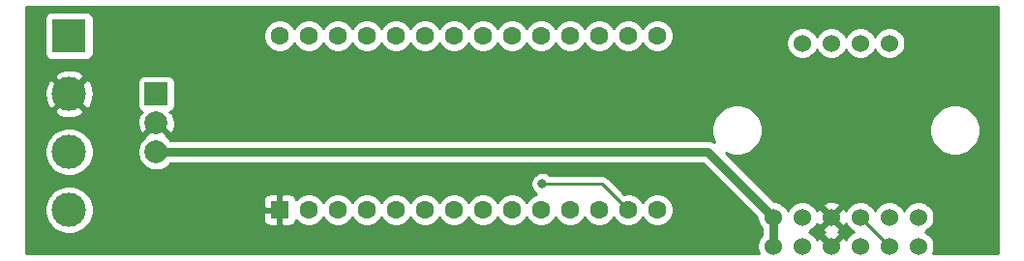
<source format=gbr>
%TF.GenerationSoftware,KiCad,Pcbnew,(5.1.6)-1*%
%TF.CreationDate,2022-04-26T10:23:00-04:00*%
%TF.ProjectId,rs485_5vreg_tray_short_v2,72733438-355f-4357-9672-65675f747261,v2*%
%TF.SameCoordinates,Original*%
%TF.FileFunction,Copper,L2,Bot*%
%TF.FilePolarity,Positive*%
%FSLAX46Y46*%
G04 Gerber Fmt 4.6, Leading zero omitted, Abs format (unit mm)*
G04 Created by KiCad (PCBNEW (5.1.6)-1) date 2022-04-26 10:23:00*
%MOMM*%
%LPD*%
G01*
G04 APERTURE LIST*
%TA.AperFunction,ComponentPad*%
%ADD10C,1.524000*%
%TD*%
%TA.AperFunction,ComponentPad*%
%ADD11C,3.000000*%
%TD*%
%TA.AperFunction,ComponentPad*%
%ADD12R,3.000000X3.000000*%
%TD*%
%TA.AperFunction,ComponentPad*%
%ADD13R,2.000000X2.000000*%
%TD*%
%TA.AperFunction,ComponentPad*%
%ADD14C,2.000000*%
%TD*%
%TA.AperFunction,ComponentPad*%
%ADD15C,1.600000*%
%TD*%
%TA.AperFunction,ComponentPad*%
%ADD16R,1.600000X1.600000*%
%TD*%
%TA.AperFunction,ViaPad*%
%ADD17C,0.800000*%
%TD*%
%TA.AperFunction,Conductor*%
%ADD18C,0.800000*%
%TD*%
%TA.AperFunction,Conductor*%
%ADD19C,0.250000*%
%TD*%
%TA.AperFunction,Conductor*%
%ADD20C,0.254000*%
%TD*%
G04 APERTURE END LIST*
D10*
%TO.P,BNO055 IMU,1*%
%TO.N,+5V*%
X116840000Y-123190000D03*
%TO.P,BNO055 IMU,2*%
%TO.N,Net-(U4-Pad2)*%
X119380000Y-123190000D03*
%TO.P,BNO055 IMU,3*%
%TO.N,GND*%
X121920000Y-123190000D03*
%TO.P,BNO055 IMU,4*%
%TO.N,/SDA0*%
X124460000Y-123190000D03*
%TO.P,BNO055 IMU,5*%
%TO.N,/SCL0*%
X127000000Y-123190000D03*
%TO.P,BNO055 IMU,6*%
%TO.N,Net-(U4-Pad6)*%
X129540000Y-123190000D03*
%TO.P,BNO055 IMU,7*%
%TO.N,Net-(U4-Pad7)*%
X119380000Y-105410000D03*
%TO.P,BNO055 IMU,8*%
%TO.N,Net-(U4-Pad8)*%
X121920000Y-105410000D03*
%TO.P,BNO055 IMU,9*%
%TO.N,Net-(U4-Pad9)*%
X124460000Y-105410000D03*
%TO.P,BNO055 IMU,10*%
%TO.N,Net-(U4-Pad10)*%
X127000000Y-105410000D03*
%TO.P,BNO055 IMU,1*%
%TO.N,+5V*%
X116840000Y-120650000D03*
%TO.P,BNO055 IMU,2*%
%TO.N,Net-(U4-Pad2)*%
X119380000Y-120650000D03*
%TO.P,BNO055 IMU,3*%
%TO.N,GND*%
X121920000Y-120650000D03*
%TO.P,BNO055 IMU,5*%
%TO.N,/SCL0*%
X124460000Y-120650000D03*
%TO.P,BNO055 IMU,4*%
%TO.N,/SDA0*%
X127000000Y-120650000D03*
%TO.P,BNO055 IMU,6*%
%TO.N,Net-(U4-Pad6)*%
X129540000Y-120650000D03*
%TD*%
D11*
%TO.P,J1,4*%
%TO.N,/B*%
X55245000Y-120015000D03*
D12*
%TO.P,J1,1*%
%TO.N,/12V*%
X55245000Y-104775000D03*
D11*
%TO.P,J1,3*%
%TO.N,/A*%
X55245000Y-114935000D03*
%TO.P,J1,2*%
%TO.N,GND*%
X55245000Y-109855000D03*
%TD*%
D13*
%TO.P,DC/DC,1*%
%TO.N,Net-(C2-Pad1)*%
X62865000Y-109855000D03*
D14*
%TO.P,DC/DC,2*%
%TO.N,GND*%
X62865000Y-112395000D03*
%TO.P,DC/DC,3*%
%TO.N,+5V*%
X62865000Y-114935000D03*
%TD*%
D15*
%TO.P,TEENSYLC,20*%
%TO.N,Net-(U1-Pad20)*%
X106680000Y-104775000D03*
%TO.P,TEENSYLC,14*%
%TO.N,Net-(U1-Pad14)*%
X106680000Y-120015000D03*
%TO.P,TEENSYLC,21*%
%TO.N,Net-(U1-Pad21)*%
X104140000Y-104775000D03*
%TO.P,TEENSYLC,22*%
%TO.N,Net-(U1-Pad22)*%
X101600000Y-104775000D03*
%TO.P,TEENSYLC,23*%
%TO.N,Net-(U1-Pad23)*%
X99060000Y-104775000D03*
%TO.P,TEENSYLC,24*%
%TO.N,Net-(U1-Pad24)*%
X96520000Y-104775000D03*
%TO.P,TEENSYLC,25*%
%TO.N,/SDA0*%
X93980000Y-104775000D03*
%TO.P,TEENSYLC,26*%
%TO.N,/SCL0*%
X91440000Y-104775000D03*
%TO.P,TEENSYLC,27*%
%TO.N,Net-(U1-Pad27)*%
X88900000Y-104775000D03*
%TO.P,TEENSYLC,28*%
%TO.N,Net-(U1-Pad28)*%
X86360000Y-104775000D03*
%TO.P,TEENSYLC,29*%
%TO.N,Net-(U1-Pad29)*%
X83820000Y-104775000D03*
%TO.P,TEENSYLC,30*%
%TO.N,Net-(U1-Pad30)*%
X81280000Y-104775000D03*
%TO.P,TEENSYLC,31*%
%TO.N,+3V3*%
X78740000Y-104775000D03*
%TO.P,TEENSYLC,32*%
%TO.N,Net-(U1-Pad32)*%
X76200000Y-104775000D03*
%TO.P,TEENSYLC,33*%
%TO.N,+5V*%
X73660000Y-104775000D03*
%TO.P,TEENSYLC,13*%
%TO.N,/RTS*%
X104140000Y-120015000D03*
%TO.P,TEENSYLC,12*%
%TO.N,/TX*%
X101600000Y-120015000D03*
%TO.P,TEENSYLC,11*%
%TO.N,/RX*%
X99060000Y-120015000D03*
%TO.P,TEENSYLC,10*%
%TO.N,Net-(U1-Pad10)*%
X96520000Y-120015000D03*
%TO.P,TEENSYLC,9*%
%TO.N,Net-(U1-Pad9)*%
X93980000Y-120015000D03*
%TO.P,TEENSYLC,8*%
%TO.N,Net-(U1-Pad8)*%
X91440000Y-120015000D03*
%TO.P,TEENSYLC,7*%
%TO.N,Net-(U1-Pad7)*%
X88900000Y-120015000D03*
%TO.P,TEENSYLC,6*%
%TO.N,Net-(U1-Pad6)*%
X86360000Y-120015000D03*
%TO.P,TEENSYLC,5*%
%TO.N,Net-(U1-Pad5)*%
X83820000Y-120015000D03*
%TO.P,TEENSYLC,4*%
%TO.N,Net-(U1-Pad4)*%
X81280000Y-120015000D03*
%TO.P,TEENSYLC,3*%
%TO.N,Net-(U1-Pad3)*%
X78740000Y-120015000D03*
%TO.P,TEENSYLC,2*%
%TO.N,Net-(U1-Pad2)*%
X76200000Y-120015000D03*
D16*
%TO.P,TEENSYLC,1*%
%TO.N,GND*%
X73660000Y-120015000D03*
%TD*%
D17*
%TO.N,GND*%
X89916000Y-113030000D03*
X94615000Y-109728000D03*
X58039000Y-120269000D03*
X75107999Y-108254999D03*
%TO.N,/RTS*%
X96647000Y-117729000D03*
%TD*%
D18*
%TO.N,+5V*%
X62865000Y-114935000D02*
X101623998Y-114935000D01*
X116840000Y-123190000D02*
X116840000Y-120650000D01*
X101623998Y-114935000D02*
X111125000Y-114935000D01*
X111125000Y-114935000D02*
X116840000Y-120650000D01*
D19*
%TO.N,/RTS*%
X96647000Y-117729000D02*
X101727000Y-117729000D01*
X101727000Y-117729000D02*
X101854000Y-117729000D01*
X101854000Y-117729000D02*
X104140000Y-120015000D01*
%TO.N,/SCL0*%
X124460000Y-120650000D02*
X127000000Y-123190000D01*
%TD*%
D20*
%TO.N,GND*%
G36*
X136500001Y-123800000D02*
G01*
X130799431Y-123800000D01*
X130883314Y-123597490D01*
X130937000Y-123327592D01*
X130937000Y-123052408D01*
X130883314Y-122782510D01*
X130778005Y-122528273D01*
X130625120Y-122299465D01*
X130430535Y-122104880D01*
X130201727Y-121951995D01*
X130124485Y-121920000D01*
X130201727Y-121888005D01*
X130430535Y-121735120D01*
X130625120Y-121540535D01*
X130778005Y-121311727D01*
X130883314Y-121057490D01*
X130937000Y-120787592D01*
X130937000Y-120512408D01*
X130883314Y-120242510D01*
X130778005Y-119988273D01*
X130625120Y-119759465D01*
X130430535Y-119564880D01*
X130201727Y-119411995D01*
X129947490Y-119306686D01*
X129677592Y-119253000D01*
X129402408Y-119253000D01*
X129132510Y-119306686D01*
X128878273Y-119411995D01*
X128649465Y-119564880D01*
X128454880Y-119759465D01*
X128301995Y-119988273D01*
X128270000Y-120065515D01*
X128238005Y-119988273D01*
X128085120Y-119759465D01*
X127890535Y-119564880D01*
X127661727Y-119411995D01*
X127407490Y-119306686D01*
X127137592Y-119253000D01*
X126862408Y-119253000D01*
X126592510Y-119306686D01*
X126338273Y-119411995D01*
X126109465Y-119564880D01*
X125914880Y-119759465D01*
X125761995Y-119988273D01*
X125730000Y-120065515D01*
X125698005Y-119988273D01*
X125545120Y-119759465D01*
X125350535Y-119564880D01*
X125121727Y-119411995D01*
X124867490Y-119306686D01*
X124597592Y-119253000D01*
X124322408Y-119253000D01*
X124052510Y-119306686D01*
X123798273Y-119411995D01*
X123569465Y-119564880D01*
X123374880Y-119759465D01*
X123221995Y-119988273D01*
X123192308Y-120059943D01*
X123187636Y-120046977D01*
X123125656Y-119931020D01*
X122885565Y-119864040D01*
X122099605Y-120650000D01*
X122885565Y-121435960D01*
X123125656Y-121368980D01*
X123189485Y-121233240D01*
X123221995Y-121311727D01*
X123374880Y-121540535D01*
X123569465Y-121735120D01*
X123798273Y-121888005D01*
X123875515Y-121920000D01*
X123798273Y-121951995D01*
X123569465Y-122104880D01*
X123374880Y-122299465D01*
X123221995Y-122528273D01*
X123192308Y-122599943D01*
X123187636Y-122586977D01*
X123125656Y-122471020D01*
X122885565Y-122404040D01*
X122099605Y-123190000D01*
X122113748Y-123204143D01*
X121934143Y-123383748D01*
X121920000Y-123369605D01*
X121905858Y-123383748D01*
X121726253Y-123204143D01*
X121740395Y-123190000D01*
X120954435Y-122404040D01*
X120714344Y-122471020D01*
X120650515Y-122606760D01*
X120618005Y-122528273D01*
X120465120Y-122299465D01*
X120270535Y-122104880D01*
X120041727Y-121951995D01*
X119964485Y-121920000D01*
X120041727Y-121888005D01*
X120270535Y-121735120D01*
X120390090Y-121615565D01*
X121134040Y-121615565D01*
X121201020Y-121855656D01*
X121331644Y-121917079D01*
X121316977Y-121922364D01*
X121201020Y-121984344D01*
X121134040Y-122224435D01*
X121920000Y-123010395D01*
X122705960Y-122224435D01*
X122638980Y-121984344D01*
X122508356Y-121922921D01*
X122523023Y-121917636D01*
X122638980Y-121855656D01*
X122705960Y-121615565D01*
X121920000Y-120829605D01*
X121134040Y-121615565D01*
X120390090Y-121615565D01*
X120465120Y-121540535D01*
X120618005Y-121311727D01*
X120647692Y-121240057D01*
X120652364Y-121253023D01*
X120714344Y-121368980D01*
X120954435Y-121435960D01*
X121740395Y-120650000D01*
X120954435Y-119864040D01*
X120714344Y-119931020D01*
X120650515Y-120066760D01*
X120618005Y-119988273D01*
X120465120Y-119759465D01*
X120390090Y-119684435D01*
X121134040Y-119684435D01*
X121920000Y-120470395D01*
X122705960Y-119684435D01*
X122638980Y-119444344D01*
X122389952Y-119327244D01*
X122122865Y-119260977D01*
X121847983Y-119248090D01*
X121575867Y-119289078D01*
X121316977Y-119382364D01*
X121201020Y-119444344D01*
X121134040Y-119684435D01*
X120390090Y-119684435D01*
X120270535Y-119564880D01*
X120041727Y-119411995D01*
X119787490Y-119306686D01*
X119517592Y-119253000D01*
X119242408Y-119253000D01*
X118972510Y-119306686D01*
X118718273Y-119411995D01*
X118489465Y-119564880D01*
X118294880Y-119759465D01*
X118141995Y-119988273D01*
X118110000Y-120065515D01*
X118078005Y-119988273D01*
X117925120Y-119759465D01*
X117730535Y-119564880D01*
X117501727Y-119411995D01*
X117247490Y-119306686D01*
X116977592Y-119253000D01*
X116906711Y-119253000D01*
X112705361Y-115051650D01*
X113013075Y-115179110D01*
X113444872Y-115265000D01*
X113885128Y-115265000D01*
X114316925Y-115179110D01*
X114723669Y-115010631D01*
X115089729Y-114766038D01*
X115401038Y-114454729D01*
X115645631Y-114088669D01*
X115814110Y-113681925D01*
X115900000Y-113250128D01*
X115900000Y-112809872D01*
X130480000Y-112809872D01*
X130480000Y-113250128D01*
X130565890Y-113681925D01*
X130734369Y-114088669D01*
X130978962Y-114454729D01*
X131290271Y-114766038D01*
X131656331Y-115010631D01*
X132063075Y-115179110D01*
X132494872Y-115265000D01*
X132935128Y-115265000D01*
X133366925Y-115179110D01*
X133773669Y-115010631D01*
X134139729Y-114766038D01*
X134451038Y-114454729D01*
X134695631Y-114088669D01*
X134864110Y-113681925D01*
X134950000Y-113250128D01*
X134950000Y-112809872D01*
X134864110Y-112378075D01*
X134695631Y-111971331D01*
X134451038Y-111605271D01*
X134139729Y-111293962D01*
X133773669Y-111049369D01*
X133366925Y-110880890D01*
X132935128Y-110795000D01*
X132494872Y-110795000D01*
X132063075Y-110880890D01*
X131656331Y-111049369D01*
X131290271Y-111293962D01*
X130978962Y-111605271D01*
X130734369Y-111971331D01*
X130565890Y-112378075D01*
X130480000Y-112809872D01*
X115900000Y-112809872D01*
X115814110Y-112378075D01*
X115645631Y-111971331D01*
X115401038Y-111605271D01*
X115089729Y-111293962D01*
X114723669Y-111049369D01*
X114316925Y-110880890D01*
X113885128Y-110795000D01*
X113444872Y-110795000D01*
X113013075Y-110880890D01*
X112606331Y-111049369D01*
X112240271Y-111293962D01*
X111928962Y-111605271D01*
X111684369Y-111971331D01*
X111515890Y-112378075D01*
X111430000Y-112809872D01*
X111430000Y-113250128D01*
X111515890Y-113681925D01*
X111669338Y-114052382D01*
X111522993Y-113974159D01*
X111327895Y-113914976D01*
X111175838Y-113900000D01*
X111175828Y-113900000D01*
X111125000Y-113894994D01*
X111074172Y-113900000D01*
X64139833Y-113900000D01*
X64134987Y-113892748D01*
X63907252Y-113665013D01*
X63798400Y-113592280D01*
X63820808Y-113530413D01*
X62865000Y-112574605D01*
X61909192Y-113530413D01*
X61931600Y-113592280D01*
X61822748Y-113665013D01*
X61595013Y-113892748D01*
X61416082Y-114160537D01*
X61292832Y-114458088D01*
X61230000Y-114773967D01*
X61230000Y-115096033D01*
X61292832Y-115411912D01*
X61416082Y-115709463D01*
X61595013Y-115977252D01*
X61822748Y-116204987D01*
X62090537Y-116383918D01*
X62388088Y-116507168D01*
X62703967Y-116570000D01*
X63026033Y-116570000D01*
X63341912Y-116507168D01*
X63639463Y-116383918D01*
X63907252Y-116204987D01*
X64134987Y-115977252D01*
X64139833Y-115970000D01*
X110696290Y-115970000D01*
X115443000Y-120716711D01*
X115443000Y-120787592D01*
X115496686Y-121057490D01*
X115601995Y-121311727D01*
X115754880Y-121540535D01*
X115805001Y-121590656D01*
X115805000Y-122249345D01*
X115754880Y-122299465D01*
X115601995Y-122528273D01*
X115496686Y-122782510D01*
X115443000Y-123052408D01*
X115443000Y-123327592D01*
X115496686Y-123597490D01*
X115580569Y-123800000D01*
X51460000Y-123800000D01*
X51460000Y-119804721D01*
X53110000Y-119804721D01*
X53110000Y-120225279D01*
X53192047Y-120637756D01*
X53352988Y-121026302D01*
X53586637Y-121375983D01*
X53884017Y-121673363D01*
X54233698Y-121907012D01*
X54622244Y-122067953D01*
X55034721Y-122150000D01*
X55455279Y-122150000D01*
X55867756Y-122067953D01*
X56256302Y-121907012D01*
X56605983Y-121673363D01*
X56903363Y-121375983D01*
X57137012Y-121026302D01*
X57224536Y-120815000D01*
X72221928Y-120815000D01*
X72234188Y-120939482D01*
X72270498Y-121059180D01*
X72329463Y-121169494D01*
X72408815Y-121266185D01*
X72505506Y-121345537D01*
X72615820Y-121404502D01*
X72735518Y-121440812D01*
X72860000Y-121453072D01*
X73374250Y-121450000D01*
X73533000Y-121291250D01*
X73533000Y-120142000D01*
X72383750Y-120142000D01*
X72225000Y-120300750D01*
X72221928Y-120815000D01*
X57224536Y-120815000D01*
X57297953Y-120637756D01*
X57380000Y-120225279D01*
X57380000Y-119804721D01*
X57297953Y-119392244D01*
X57224537Y-119215000D01*
X72221928Y-119215000D01*
X72225000Y-119729250D01*
X72383750Y-119888000D01*
X73533000Y-119888000D01*
X73533000Y-118738750D01*
X73787000Y-118738750D01*
X73787000Y-119888000D01*
X73807000Y-119888000D01*
X73807000Y-120142000D01*
X73787000Y-120142000D01*
X73787000Y-121291250D01*
X73945750Y-121450000D01*
X74460000Y-121453072D01*
X74584482Y-121440812D01*
X74704180Y-121404502D01*
X74814494Y-121345537D01*
X74911185Y-121266185D01*
X74990537Y-121169494D01*
X75049502Y-121059180D01*
X75085812Y-120939482D01*
X75086643Y-120931039D01*
X75285241Y-121129637D01*
X75520273Y-121286680D01*
X75781426Y-121394853D01*
X76058665Y-121450000D01*
X76341335Y-121450000D01*
X76618574Y-121394853D01*
X76879727Y-121286680D01*
X77114759Y-121129637D01*
X77314637Y-120929759D01*
X77470000Y-120697241D01*
X77625363Y-120929759D01*
X77825241Y-121129637D01*
X78060273Y-121286680D01*
X78321426Y-121394853D01*
X78598665Y-121450000D01*
X78881335Y-121450000D01*
X79158574Y-121394853D01*
X79419727Y-121286680D01*
X79654759Y-121129637D01*
X79854637Y-120929759D01*
X80010000Y-120697241D01*
X80165363Y-120929759D01*
X80365241Y-121129637D01*
X80600273Y-121286680D01*
X80861426Y-121394853D01*
X81138665Y-121450000D01*
X81421335Y-121450000D01*
X81698574Y-121394853D01*
X81959727Y-121286680D01*
X82194759Y-121129637D01*
X82394637Y-120929759D01*
X82550000Y-120697241D01*
X82705363Y-120929759D01*
X82905241Y-121129637D01*
X83140273Y-121286680D01*
X83401426Y-121394853D01*
X83678665Y-121450000D01*
X83961335Y-121450000D01*
X84238574Y-121394853D01*
X84499727Y-121286680D01*
X84734759Y-121129637D01*
X84934637Y-120929759D01*
X85090000Y-120697241D01*
X85245363Y-120929759D01*
X85445241Y-121129637D01*
X85680273Y-121286680D01*
X85941426Y-121394853D01*
X86218665Y-121450000D01*
X86501335Y-121450000D01*
X86778574Y-121394853D01*
X87039727Y-121286680D01*
X87274759Y-121129637D01*
X87474637Y-120929759D01*
X87630000Y-120697241D01*
X87785363Y-120929759D01*
X87985241Y-121129637D01*
X88220273Y-121286680D01*
X88481426Y-121394853D01*
X88758665Y-121450000D01*
X89041335Y-121450000D01*
X89318574Y-121394853D01*
X89579727Y-121286680D01*
X89814759Y-121129637D01*
X90014637Y-120929759D01*
X90170000Y-120697241D01*
X90325363Y-120929759D01*
X90525241Y-121129637D01*
X90760273Y-121286680D01*
X91021426Y-121394853D01*
X91298665Y-121450000D01*
X91581335Y-121450000D01*
X91858574Y-121394853D01*
X92119727Y-121286680D01*
X92354759Y-121129637D01*
X92554637Y-120929759D01*
X92710000Y-120697241D01*
X92865363Y-120929759D01*
X93065241Y-121129637D01*
X93300273Y-121286680D01*
X93561426Y-121394853D01*
X93838665Y-121450000D01*
X94121335Y-121450000D01*
X94398574Y-121394853D01*
X94659727Y-121286680D01*
X94894759Y-121129637D01*
X95094637Y-120929759D01*
X95250000Y-120697241D01*
X95405363Y-120929759D01*
X95605241Y-121129637D01*
X95840273Y-121286680D01*
X96101426Y-121394853D01*
X96378665Y-121450000D01*
X96661335Y-121450000D01*
X96938574Y-121394853D01*
X97199727Y-121286680D01*
X97434759Y-121129637D01*
X97634637Y-120929759D01*
X97790000Y-120697241D01*
X97945363Y-120929759D01*
X98145241Y-121129637D01*
X98380273Y-121286680D01*
X98641426Y-121394853D01*
X98918665Y-121450000D01*
X99201335Y-121450000D01*
X99478574Y-121394853D01*
X99739727Y-121286680D01*
X99974759Y-121129637D01*
X100174637Y-120929759D01*
X100330000Y-120697241D01*
X100485363Y-120929759D01*
X100685241Y-121129637D01*
X100920273Y-121286680D01*
X101181426Y-121394853D01*
X101458665Y-121450000D01*
X101741335Y-121450000D01*
X102018574Y-121394853D01*
X102279727Y-121286680D01*
X102514759Y-121129637D01*
X102714637Y-120929759D01*
X102870000Y-120697241D01*
X103025363Y-120929759D01*
X103225241Y-121129637D01*
X103460273Y-121286680D01*
X103721426Y-121394853D01*
X103998665Y-121450000D01*
X104281335Y-121450000D01*
X104558574Y-121394853D01*
X104819727Y-121286680D01*
X105054759Y-121129637D01*
X105254637Y-120929759D01*
X105410000Y-120697241D01*
X105565363Y-120929759D01*
X105765241Y-121129637D01*
X106000273Y-121286680D01*
X106261426Y-121394853D01*
X106538665Y-121450000D01*
X106821335Y-121450000D01*
X107098574Y-121394853D01*
X107359727Y-121286680D01*
X107594759Y-121129637D01*
X107794637Y-120929759D01*
X107951680Y-120694727D01*
X108059853Y-120433574D01*
X108115000Y-120156335D01*
X108115000Y-119873665D01*
X108059853Y-119596426D01*
X107951680Y-119335273D01*
X107794637Y-119100241D01*
X107594759Y-118900363D01*
X107359727Y-118743320D01*
X107098574Y-118635147D01*
X106821335Y-118580000D01*
X106538665Y-118580000D01*
X106261426Y-118635147D01*
X106000273Y-118743320D01*
X105765241Y-118900363D01*
X105565363Y-119100241D01*
X105410000Y-119332759D01*
X105254637Y-119100241D01*
X105054759Y-118900363D01*
X104819727Y-118743320D01*
X104558574Y-118635147D01*
X104281335Y-118580000D01*
X103998665Y-118580000D01*
X103816114Y-118616312D01*
X102417804Y-117218003D01*
X102394001Y-117188999D01*
X102278276Y-117094026D01*
X102146247Y-117023454D01*
X102002986Y-116979997D01*
X101891333Y-116969000D01*
X101891322Y-116969000D01*
X101854000Y-116965324D01*
X101816678Y-116969000D01*
X97350711Y-116969000D01*
X97306774Y-116925063D01*
X97137256Y-116811795D01*
X96948898Y-116733774D01*
X96748939Y-116694000D01*
X96545061Y-116694000D01*
X96345102Y-116733774D01*
X96156744Y-116811795D01*
X95987226Y-116925063D01*
X95843063Y-117069226D01*
X95729795Y-117238744D01*
X95651774Y-117427102D01*
X95612000Y-117627061D01*
X95612000Y-117830939D01*
X95651774Y-118030898D01*
X95729795Y-118219256D01*
X95843063Y-118388774D01*
X95987226Y-118532937D01*
X96131301Y-118629204D01*
X96101426Y-118635147D01*
X95840273Y-118743320D01*
X95605241Y-118900363D01*
X95405363Y-119100241D01*
X95250000Y-119332759D01*
X95094637Y-119100241D01*
X94894759Y-118900363D01*
X94659727Y-118743320D01*
X94398574Y-118635147D01*
X94121335Y-118580000D01*
X93838665Y-118580000D01*
X93561426Y-118635147D01*
X93300273Y-118743320D01*
X93065241Y-118900363D01*
X92865363Y-119100241D01*
X92710000Y-119332759D01*
X92554637Y-119100241D01*
X92354759Y-118900363D01*
X92119727Y-118743320D01*
X91858574Y-118635147D01*
X91581335Y-118580000D01*
X91298665Y-118580000D01*
X91021426Y-118635147D01*
X90760273Y-118743320D01*
X90525241Y-118900363D01*
X90325363Y-119100241D01*
X90170000Y-119332759D01*
X90014637Y-119100241D01*
X89814759Y-118900363D01*
X89579727Y-118743320D01*
X89318574Y-118635147D01*
X89041335Y-118580000D01*
X88758665Y-118580000D01*
X88481426Y-118635147D01*
X88220273Y-118743320D01*
X87985241Y-118900363D01*
X87785363Y-119100241D01*
X87630000Y-119332759D01*
X87474637Y-119100241D01*
X87274759Y-118900363D01*
X87039727Y-118743320D01*
X86778574Y-118635147D01*
X86501335Y-118580000D01*
X86218665Y-118580000D01*
X85941426Y-118635147D01*
X85680273Y-118743320D01*
X85445241Y-118900363D01*
X85245363Y-119100241D01*
X85090000Y-119332759D01*
X84934637Y-119100241D01*
X84734759Y-118900363D01*
X84499727Y-118743320D01*
X84238574Y-118635147D01*
X83961335Y-118580000D01*
X83678665Y-118580000D01*
X83401426Y-118635147D01*
X83140273Y-118743320D01*
X82905241Y-118900363D01*
X82705363Y-119100241D01*
X82550000Y-119332759D01*
X82394637Y-119100241D01*
X82194759Y-118900363D01*
X81959727Y-118743320D01*
X81698574Y-118635147D01*
X81421335Y-118580000D01*
X81138665Y-118580000D01*
X80861426Y-118635147D01*
X80600273Y-118743320D01*
X80365241Y-118900363D01*
X80165363Y-119100241D01*
X80010000Y-119332759D01*
X79854637Y-119100241D01*
X79654759Y-118900363D01*
X79419727Y-118743320D01*
X79158574Y-118635147D01*
X78881335Y-118580000D01*
X78598665Y-118580000D01*
X78321426Y-118635147D01*
X78060273Y-118743320D01*
X77825241Y-118900363D01*
X77625363Y-119100241D01*
X77470000Y-119332759D01*
X77314637Y-119100241D01*
X77114759Y-118900363D01*
X76879727Y-118743320D01*
X76618574Y-118635147D01*
X76341335Y-118580000D01*
X76058665Y-118580000D01*
X75781426Y-118635147D01*
X75520273Y-118743320D01*
X75285241Y-118900363D01*
X75086643Y-119098961D01*
X75085812Y-119090518D01*
X75049502Y-118970820D01*
X74990537Y-118860506D01*
X74911185Y-118763815D01*
X74814494Y-118684463D01*
X74704180Y-118625498D01*
X74584482Y-118589188D01*
X74460000Y-118576928D01*
X73945750Y-118580000D01*
X73787000Y-118738750D01*
X73533000Y-118738750D01*
X73374250Y-118580000D01*
X72860000Y-118576928D01*
X72735518Y-118589188D01*
X72615820Y-118625498D01*
X72505506Y-118684463D01*
X72408815Y-118763815D01*
X72329463Y-118860506D01*
X72270498Y-118970820D01*
X72234188Y-119090518D01*
X72221928Y-119215000D01*
X57224537Y-119215000D01*
X57137012Y-119003698D01*
X56903363Y-118654017D01*
X56605983Y-118356637D01*
X56256302Y-118122988D01*
X55867756Y-117962047D01*
X55455279Y-117880000D01*
X55034721Y-117880000D01*
X54622244Y-117962047D01*
X54233698Y-118122988D01*
X53884017Y-118356637D01*
X53586637Y-118654017D01*
X53352988Y-119003698D01*
X53192047Y-119392244D01*
X53110000Y-119804721D01*
X51460000Y-119804721D01*
X51460000Y-114724721D01*
X53110000Y-114724721D01*
X53110000Y-115145279D01*
X53192047Y-115557756D01*
X53352988Y-115946302D01*
X53586637Y-116295983D01*
X53884017Y-116593363D01*
X54233698Y-116827012D01*
X54622244Y-116987953D01*
X55034721Y-117070000D01*
X55455279Y-117070000D01*
X55867756Y-116987953D01*
X56256302Y-116827012D01*
X56605983Y-116593363D01*
X56903363Y-116295983D01*
X57137012Y-115946302D01*
X57297953Y-115557756D01*
X57380000Y-115145279D01*
X57380000Y-114724721D01*
X57297953Y-114312244D01*
X57137012Y-113923698D01*
X56903363Y-113574017D01*
X56605983Y-113276637D01*
X56256302Y-113042988D01*
X55867756Y-112882047D01*
X55455279Y-112800000D01*
X55034721Y-112800000D01*
X54622244Y-112882047D01*
X54233698Y-113042988D01*
X53884017Y-113276637D01*
X53586637Y-113574017D01*
X53352988Y-113923698D01*
X53192047Y-114312244D01*
X53110000Y-114724721D01*
X51460000Y-114724721D01*
X51460000Y-112457595D01*
X61223282Y-112457595D01*
X61267039Y-112776675D01*
X61372205Y-113081088D01*
X61465186Y-113255044D01*
X61729587Y-113350808D01*
X62685395Y-112395000D01*
X62671253Y-112380858D01*
X62850858Y-112201253D01*
X62865000Y-112215395D01*
X62879143Y-112201253D01*
X63058748Y-112380858D01*
X63044605Y-112395000D01*
X64000413Y-113350808D01*
X64264814Y-113255044D01*
X64405704Y-112965429D01*
X64487384Y-112653892D01*
X64506718Y-112332405D01*
X64462961Y-112013325D01*
X64357795Y-111708912D01*
X64264814Y-111534956D01*
X64057967Y-111460037D01*
X64109180Y-111444502D01*
X64219494Y-111385537D01*
X64316185Y-111306185D01*
X64395537Y-111209494D01*
X64454502Y-111099180D01*
X64490812Y-110979482D01*
X64503072Y-110855000D01*
X64503072Y-108855000D01*
X64490812Y-108730518D01*
X64454502Y-108610820D01*
X64395537Y-108500506D01*
X64316185Y-108403815D01*
X64219494Y-108324463D01*
X64109180Y-108265498D01*
X63989482Y-108229188D01*
X63865000Y-108216928D01*
X61865000Y-108216928D01*
X61740518Y-108229188D01*
X61620820Y-108265498D01*
X61510506Y-108324463D01*
X61413815Y-108403815D01*
X61334463Y-108500506D01*
X61275498Y-108610820D01*
X61239188Y-108730518D01*
X61226928Y-108855000D01*
X61226928Y-110855000D01*
X61239188Y-110979482D01*
X61275498Y-111099180D01*
X61334463Y-111209494D01*
X61413815Y-111306185D01*
X61510506Y-111385537D01*
X61620820Y-111444502D01*
X61672033Y-111460037D01*
X61465186Y-111534956D01*
X61324296Y-111824571D01*
X61242616Y-112136108D01*
X61223282Y-112457595D01*
X51460000Y-112457595D01*
X51460000Y-111346653D01*
X53932952Y-111346653D01*
X54088962Y-111662214D01*
X54463745Y-111853020D01*
X54868551Y-111967044D01*
X55287824Y-111999902D01*
X55705451Y-111950334D01*
X56105383Y-111820243D01*
X56401038Y-111662214D01*
X56557048Y-111346653D01*
X55245000Y-110034605D01*
X53932952Y-111346653D01*
X51460000Y-111346653D01*
X51460000Y-109897824D01*
X53100098Y-109897824D01*
X53149666Y-110315451D01*
X53279757Y-110715383D01*
X53437786Y-111011038D01*
X53753347Y-111167048D01*
X55065395Y-109855000D01*
X55424605Y-109855000D01*
X56736653Y-111167048D01*
X57052214Y-111011038D01*
X57243020Y-110636255D01*
X57357044Y-110231449D01*
X57389902Y-109812176D01*
X57340334Y-109394549D01*
X57210243Y-108994617D01*
X57052214Y-108698962D01*
X56736653Y-108542952D01*
X55424605Y-109855000D01*
X55065395Y-109855000D01*
X53753347Y-108542952D01*
X53437786Y-108698962D01*
X53246980Y-109073745D01*
X53132956Y-109478551D01*
X53100098Y-109897824D01*
X51460000Y-109897824D01*
X51460000Y-108363347D01*
X53932952Y-108363347D01*
X55245000Y-109675395D01*
X56557048Y-108363347D01*
X56401038Y-108047786D01*
X56026255Y-107856980D01*
X55621449Y-107742956D01*
X55202176Y-107710098D01*
X54784549Y-107759666D01*
X54384617Y-107889757D01*
X54088962Y-108047786D01*
X53932952Y-108363347D01*
X51460000Y-108363347D01*
X51460000Y-103275000D01*
X53106928Y-103275000D01*
X53106928Y-106275000D01*
X53119188Y-106399482D01*
X53155498Y-106519180D01*
X53214463Y-106629494D01*
X53293815Y-106726185D01*
X53390506Y-106805537D01*
X53500820Y-106864502D01*
X53620518Y-106900812D01*
X53745000Y-106913072D01*
X56745000Y-106913072D01*
X56869482Y-106900812D01*
X56989180Y-106864502D01*
X57099494Y-106805537D01*
X57196185Y-106726185D01*
X57275537Y-106629494D01*
X57334502Y-106519180D01*
X57370812Y-106399482D01*
X57383072Y-106275000D01*
X57383072Y-104633665D01*
X72225000Y-104633665D01*
X72225000Y-104916335D01*
X72280147Y-105193574D01*
X72388320Y-105454727D01*
X72545363Y-105689759D01*
X72745241Y-105889637D01*
X72980273Y-106046680D01*
X73241426Y-106154853D01*
X73518665Y-106210000D01*
X73801335Y-106210000D01*
X74078574Y-106154853D01*
X74339727Y-106046680D01*
X74574759Y-105889637D01*
X74774637Y-105689759D01*
X74930000Y-105457241D01*
X75085363Y-105689759D01*
X75285241Y-105889637D01*
X75520273Y-106046680D01*
X75781426Y-106154853D01*
X76058665Y-106210000D01*
X76341335Y-106210000D01*
X76618574Y-106154853D01*
X76879727Y-106046680D01*
X77114759Y-105889637D01*
X77314637Y-105689759D01*
X77470000Y-105457241D01*
X77625363Y-105689759D01*
X77825241Y-105889637D01*
X78060273Y-106046680D01*
X78321426Y-106154853D01*
X78598665Y-106210000D01*
X78881335Y-106210000D01*
X79158574Y-106154853D01*
X79419727Y-106046680D01*
X79654759Y-105889637D01*
X79854637Y-105689759D01*
X80010000Y-105457241D01*
X80165363Y-105689759D01*
X80365241Y-105889637D01*
X80600273Y-106046680D01*
X80861426Y-106154853D01*
X81138665Y-106210000D01*
X81421335Y-106210000D01*
X81698574Y-106154853D01*
X81959727Y-106046680D01*
X82194759Y-105889637D01*
X82394637Y-105689759D01*
X82550000Y-105457241D01*
X82705363Y-105689759D01*
X82905241Y-105889637D01*
X83140273Y-106046680D01*
X83401426Y-106154853D01*
X83678665Y-106210000D01*
X83961335Y-106210000D01*
X84238574Y-106154853D01*
X84499727Y-106046680D01*
X84734759Y-105889637D01*
X84934637Y-105689759D01*
X85090000Y-105457241D01*
X85245363Y-105689759D01*
X85445241Y-105889637D01*
X85680273Y-106046680D01*
X85941426Y-106154853D01*
X86218665Y-106210000D01*
X86501335Y-106210000D01*
X86778574Y-106154853D01*
X87039727Y-106046680D01*
X87274759Y-105889637D01*
X87474637Y-105689759D01*
X87630000Y-105457241D01*
X87785363Y-105689759D01*
X87985241Y-105889637D01*
X88220273Y-106046680D01*
X88481426Y-106154853D01*
X88758665Y-106210000D01*
X89041335Y-106210000D01*
X89318574Y-106154853D01*
X89579727Y-106046680D01*
X89814759Y-105889637D01*
X90014637Y-105689759D01*
X90170000Y-105457241D01*
X90325363Y-105689759D01*
X90525241Y-105889637D01*
X90760273Y-106046680D01*
X91021426Y-106154853D01*
X91298665Y-106210000D01*
X91581335Y-106210000D01*
X91858574Y-106154853D01*
X92119727Y-106046680D01*
X92354759Y-105889637D01*
X92554637Y-105689759D01*
X92710000Y-105457241D01*
X92865363Y-105689759D01*
X93065241Y-105889637D01*
X93300273Y-106046680D01*
X93561426Y-106154853D01*
X93838665Y-106210000D01*
X94121335Y-106210000D01*
X94398574Y-106154853D01*
X94659727Y-106046680D01*
X94894759Y-105889637D01*
X95094637Y-105689759D01*
X95250000Y-105457241D01*
X95405363Y-105689759D01*
X95605241Y-105889637D01*
X95840273Y-106046680D01*
X96101426Y-106154853D01*
X96378665Y-106210000D01*
X96661335Y-106210000D01*
X96938574Y-106154853D01*
X97199727Y-106046680D01*
X97434759Y-105889637D01*
X97634637Y-105689759D01*
X97790000Y-105457241D01*
X97945363Y-105689759D01*
X98145241Y-105889637D01*
X98380273Y-106046680D01*
X98641426Y-106154853D01*
X98918665Y-106210000D01*
X99201335Y-106210000D01*
X99478574Y-106154853D01*
X99739727Y-106046680D01*
X99974759Y-105889637D01*
X100174637Y-105689759D01*
X100330000Y-105457241D01*
X100485363Y-105689759D01*
X100685241Y-105889637D01*
X100920273Y-106046680D01*
X101181426Y-106154853D01*
X101458665Y-106210000D01*
X101741335Y-106210000D01*
X102018574Y-106154853D01*
X102279727Y-106046680D01*
X102514759Y-105889637D01*
X102714637Y-105689759D01*
X102870000Y-105457241D01*
X103025363Y-105689759D01*
X103225241Y-105889637D01*
X103460273Y-106046680D01*
X103721426Y-106154853D01*
X103998665Y-106210000D01*
X104281335Y-106210000D01*
X104558574Y-106154853D01*
X104819727Y-106046680D01*
X105054759Y-105889637D01*
X105254637Y-105689759D01*
X105410000Y-105457241D01*
X105565363Y-105689759D01*
X105765241Y-105889637D01*
X106000273Y-106046680D01*
X106261426Y-106154853D01*
X106538665Y-106210000D01*
X106821335Y-106210000D01*
X107098574Y-106154853D01*
X107359727Y-106046680D01*
X107594759Y-105889637D01*
X107794637Y-105689759D01*
X107951680Y-105454727D01*
X108027198Y-105272408D01*
X117983000Y-105272408D01*
X117983000Y-105547592D01*
X118036686Y-105817490D01*
X118141995Y-106071727D01*
X118294880Y-106300535D01*
X118489465Y-106495120D01*
X118718273Y-106648005D01*
X118972510Y-106753314D01*
X119242408Y-106807000D01*
X119517592Y-106807000D01*
X119787490Y-106753314D01*
X120041727Y-106648005D01*
X120270535Y-106495120D01*
X120465120Y-106300535D01*
X120618005Y-106071727D01*
X120650000Y-105994485D01*
X120681995Y-106071727D01*
X120834880Y-106300535D01*
X121029465Y-106495120D01*
X121258273Y-106648005D01*
X121512510Y-106753314D01*
X121782408Y-106807000D01*
X122057592Y-106807000D01*
X122327490Y-106753314D01*
X122581727Y-106648005D01*
X122810535Y-106495120D01*
X123005120Y-106300535D01*
X123158005Y-106071727D01*
X123190000Y-105994485D01*
X123221995Y-106071727D01*
X123374880Y-106300535D01*
X123569465Y-106495120D01*
X123798273Y-106648005D01*
X124052510Y-106753314D01*
X124322408Y-106807000D01*
X124597592Y-106807000D01*
X124867490Y-106753314D01*
X125121727Y-106648005D01*
X125350535Y-106495120D01*
X125545120Y-106300535D01*
X125698005Y-106071727D01*
X125730000Y-105994485D01*
X125761995Y-106071727D01*
X125914880Y-106300535D01*
X126109465Y-106495120D01*
X126338273Y-106648005D01*
X126592510Y-106753314D01*
X126862408Y-106807000D01*
X127137592Y-106807000D01*
X127407490Y-106753314D01*
X127661727Y-106648005D01*
X127890535Y-106495120D01*
X128085120Y-106300535D01*
X128238005Y-106071727D01*
X128343314Y-105817490D01*
X128397000Y-105547592D01*
X128397000Y-105272408D01*
X128343314Y-105002510D01*
X128238005Y-104748273D01*
X128085120Y-104519465D01*
X127890535Y-104324880D01*
X127661727Y-104171995D01*
X127407490Y-104066686D01*
X127137592Y-104013000D01*
X126862408Y-104013000D01*
X126592510Y-104066686D01*
X126338273Y-104171995D01*
X126109465Y-104324880D01*
X125914880Y-104519465D01*
X125761995Y-104748273D01*
X125730000Y-104825515D01*
X125698005Y-104748273D01*
X125545120Y-104519465D01*
X125350535Y-104324880D01*
X125121727Y-104171995D01*
X124867490Y-104066686D01*
X124597592Y-104013000D01*
X124322408Y-104013000D01*
X124052510Y-104066686D01*
X123798273Y-104171995D01*
X123569465Y-104324880D01*
X123374880Y-104519465D01*
X123221995Y-104748273D01*
X123190000Y-104825515D01*
X123158005Y-104748273D01*
X123005120Y-104519465D01*
X122810535Y-104324880D01*
X122581727Y-104171995D01*
X122327490Y-104066686D01*
X122057592Y-104013000D01*
X121782408Y-104013000D01*
X121512510Y-104066686D01*
X121258273Y-104171995D01*
X121029465Y-104324880D01*
X120834880Y-104519465D01*
X120681995Y-104748273D01*
X120650000Y-104825515D01*
X120618005Y-104748273D01*
X120465120Y-104519465D01*
X120270535Y-104324880D01*
X120041727Y-104171995D01*
X119787490Y-104066686D01*
X119517592Y-104013000D01*
X119242408Y-104013000D01*
X118972510Y-104066686D01*
X118718273Y-104171995D01*
X118489465Y-104324880D01*
X118294880Y-104519465D01*
X118141995Y-104748273D01*
X118036686Y-105002510D01*
X117983000Y-105272408D01*
X108027198Y-105272408D01*
X108059853Y-105193574D01*
X108115000Y-104916335D01*
X108115000Y-104633665D01*
X108059853Y-104356426D01*
X107951680Y-104095273D01*
X107794637Y-103860241D01*
X107594759Y-103660363D01*
X107359727Y-103503320D01*
X107098574Y-103395147D01*
X106821335Y-103340000D01*
X106538665Y-103340000D01*
X106261426Y-103395147D01*
X106000273Y-103503320D01*
X105765241Y-103660363D01*
X105565363Y-103860241D01*
X105410000Y-104092759D01*
X105254637Y-103860241D01*
X105054759Y-103660363D01*
X104819727Y-103503320D01*
X104558574Y-103395147D01*
X104281335Y-103340000D01*
X103998665Y-103340000D01*
X103721426Y-103395147D01*
X103460273Y-103503320D01*
X103225241Y-103660363D01*
X103025363Y-103860241D01*
X102870000Y-104092759D01*
X102714637Y-103860241D01*
X102514759Y-103660363D01*
X102279727Y-103503320D01*
X102018574Y-103395147D01*
X101741335Y-103340000D01*
X101458665Y-103340000D01*
X101181426Y-103395147D01*
X100920273Y-103503320D01*
X100685241Y-103660363D01*
X100485363Y-103860241D01*
X100330000Y-104092759D01*
X100174637Y-103860241D01*
X99974759Y-103660363D01*
X99739727Y-103503320D01*
X99478574Y-103395147D01*
X99201335Y-103340000D01*
X98918665Y-103340000D01*
X98641426Y-103395147D01*
X98380273Y-103503320D01*
X98145241Y-103660363D01*
X97945363Y-103860241D01*
X97790000Y-104092759D01*
X97634637Y-103860241D01*
X97434759Y-103660363D01*
X97199727Y-103503320D01*
X96938574Y-103395147D01*
X96661335Y-103340000D01*
X96378665Y-103340000D01*
X96101426Y-103395147D01*
X95840273Y-103503320D01*
X95605241Y-103660363D01*
X95405363Y-103860241D01*
X95250000Y-104092759D01*
X95094637Y-103860241D01*
X94894759Y-103660363D01*
X94659727Y-103503320D01*
X94398574Y-103395147D01*
X94121335Y-103340000D01*
X93838665Y-103340000D01*
X93561426Y-103395147D01*
X93300273Y-103503320D01*
X93065241Y-103660363D01*
X92865363Y-103860241D01*
X92710000Y-104092759D01*
X92554637Y-103860241D01*
X92354759Y-103660363D01*
X92119727Y-103503320D01*
X91858574Y-103395147D01*
X91581335Y-103340000D01*
X91298665Y-103340000D01*
X91021426Y-103395147D01*
X90760273Y-103503320D01*
X90525241Y-103660363D01*
X90325363Y-103860241D01*
X90170000Y-104092759D01*
X90014637Y-103860241D01*
X89814759Y-103660363D01*
X89579727Y-103503320D01*
X89318574Y-103395147D01*
X89041335Y-103340000D01*
X88758665Y-103340000D01*
X88481426Y-103395147D01*
X88220273Y-103503320D01*
X87985241Y-103660363D01*
X87785363Y-103860241D01*
X87630000Y-104092759D01*
X87474637Y-103860241D01*
X87274759Y-103660363D01*
X87039727Y-103503320D01*
X86778574Y-103395147D01*
X86501335Y-103340000D01*
X86218665Y-103340000D01*
X85941426Y-103395147D01*
X85680273Y-103503320D01*
X85445241Y-103660363D01*
X85245363Y-103860241D01*
X85090000Y-104092759D01*
X84934637Y-103860241D01*
X84734759Y-103660363D01*
X84499727Y-103503320D01*
X84238574Y-103395147D01*
X83961335Y-103340000D01*
X83678665Y-103340000D01*
X83401426Y-103395147D01*
X83140273Y-103503320D01*
X82905241Y-103660363D01*
X82705363Y-103860241D01*
X82550000Y-104092759D01*
X82394637Y-103860241D01*
X82194759Y-103660363D01*
X81959727Y-103503320D01*
X81698574Y-103395147D01*
X81421335Y-103340000D01*
X81138665Y-103340000D01*
X80861426Y-103395147D01*
X80600273Y-103503320D01*
X80365241Y-103660363D01*
X80165363Y-103860241D01*
X80010000Y-104092759D01*
X79854637Y-103860241D01*
X79654759Y-103660363D01*
X79419727Y-103503320D01*
X79158574Y-103395147D01*
X78881335Y-103340000D01*
X78598665Y-103340000D01*
X78321426Y-103395147D01*
X78060273Y-103503320D01*
X77825241Y-103660363D01*
X77625363Y-103860241D01*
X77470000Y-104092759D01*
X77314637Y-103860241D01*
X77114759Y-103660363D01*
X76879727Y-103503320D01*
X76618574Y-103395147D01*
X76341335Y-103340000D01*
X76058665Y-103340000D01*
X75781426Y-103395147D01*
X75520273Y-103503320D01*
X75285241Y-103660363D01*
X75085363Y-103860241D01*
X74930000Y-104092759D01*
X74774637Y-103860241D01*
X74574759Y-103660363D01*
X74339727Y-103503320D01*
X74078574Y-103395147D01*
X73801335Y-103340000D01*
X73518665Y-103340000D01*
X73241426Y-103395147D01*
X72980273Y-103503320D01*
X72745241Y-103660363D01*
X72545363Y-103860241D01*
X72388320Y-104095273D01*
X72280147Y-104356426D01*
X72225000Y-104633665D01*
X57383072Y-104633665D01*
X57383072Y-103275000D01*
X57370812Y-103150518D01*
X57334502Y-103030820D01*
X57275537Y-102920506D01*
X57196185Y-102823815D01*
X57099494Y-102744463D01*
X56989180Y-102685498D01*
X56869482Y-102649188D01*
X56745000Y-102636928D01*
X53745000Y-102636928D01*
X53620518Y-102649188D01*
X53500820Y-102685498D01*
X53390506Y-102744463D01*
X53293815Y-102823815D01*
X53214463Y-102920506D01*
X53155498Y-103030820D01*
X53119188Y-103150518D01*
X53106928Y-103275000D01*
X51460000Y-103275000D01*
X51460000Y-102260000D01*
X136500000Y-102260000D01*
X136500001Y-123800000D01*
G37*
X136500001Y-123800000D02*
X130799431Y-123800000D01*
X130883314Y-123597490D01*
X130937000Y-123327592D01*
X130937000Y-123052408D01*
X130883314Y-122782510D01*
X130778005Y-122528273D01*
X130625120Y-122299465D01*
X130430535Y-122104880D01*
X130201727Y-121951995D01*
X130124485Y-121920000D01*
X130201727Y-121888005D01*
X130430535Y-121735120D01*
X130625120Y-121540535D01*
X130778005Y-121311727D01*
X130883314Y-121057490D01*
X130937000Y-120787592D01*
X130937000Y-120512408D01*
X130883314Y-120242510D01*
X130778005Y-119988273D01*
X130625120Y-119759465D01*
X130430535Y-119564880D01*
X130201727Y-119411995D01*
X129947490Y-119306686D01*
X129677592Y-119253000D01*
X129402408Y-119253000D01*
X129132510Y-119306686D01*
X128878273Y-119411995D01*
X128649465Y-119564880D01*
X128454880Y-119759465D01*
X128301995Y-119988273D01*
X128270000Y-120065515D01*
X128238005Y-119988273D01*
X128085120Y-119759465D01*
X127890535Y-119564880D01*
X127661727Y-119411995D01*
X127407490Y-119306686D01*
X127137592Y-119253000D01*
X126862408Y-119253000D01*
X126592510Y-119306686D01*
X126338273Y-119411995D01*
X126109465Y-119564880D01*
X125914880Y-119759465D01*
X125761995Y-119988273D01*
X125730000Y-120065515D01*
X125698005Y-119988273D01*
X125545120Y-119759465D01*
X125350535Y-119564880D01*
X125121727Y-119411995D01*
X124867490Y-119306686D01*
X124597592Y-119253000D01*
X124322408Y-119253000D01*
X124052510Y-119306686D01*
X123798273Y-119411995D01*
X123569465Y-119564880D01*
X123374880Y-119759465D01*
X123221995Y-119988273D01*
X123192308Y-120059943D01*
X123187636Y-120046977D01*
X123125656Y-119931020D01*
X122885565Y-119864040D01*
X122099605Y-120650000D01*
X122885565Y-121435960D01*
X123125656Y-121368980D01*
X123189485Y-121233240D01*
X123221995Y-121311727D01*
X123374880Y-121540535D01*
X123569465Y-121735120D01*
X123798273Y-121888005D01*
X123875515Y-121920000D01*
X123798273Y-121951995D01*
X123569465Y-122104880D01*
X123374880Y-122299465D01*
X123221995Y-122528273D01*
X123192308Y-122599943D01*
X123187636Y-122586977D01*
X123125656Y-122471020D01*
X122885565Y-122404040D01*
X122099605Y-123190000D01*
X122113748Y-123204143D01*
X121934143Y-123383748D01*
X121920000Y-123369605D01*
X121905858Y-123383748D01*
X121726253Y-123204143D01*
X121740395Y-123190000D01*
X120954435Y-122404040D01*
X120714344Y-122471020D01*
X120650515Y-122606760D01*
X120618005Y-122528273D01*
X120465120Y-122299465D01*
X120270535Y-122104880D01*
X120041727Y-121951995D01*
X119964485Y-121920000D01*
X120041727Y-121888005D01*
X120270535Y-121735120D01*
X120390090Y-121615565D01*
X121134040Y-121615565D01*
X121201020Y-121855656D01*
X121331644Y-121917079D01*
X121316977Y-121922364D01*
X121201020Y-121984344D01*
X121134040Y-122224435D01*
X121920000Y-123010395D01*
X122705960Y-122224435D01*
X122638980Y-121984344D01*
X122508356Y-121922921D01*
X122523023Y-121917636D01*
X122638980Y-121855656D01*
X122705960Y-121615565D01*
X121920000Y-120829605D01*
X121134040Y-121615565D01*
X120390090Y-121615565D01*
X120465120Y-121540535D01*
X120618005Y-121311727D01*
X120647692Y-121240057D01*
X120652364Y-121253023D01*
X120714344Y-121368980D01*
X120954435Y-121435960D01*
X121740395Y-120650000D01*
X120954435Y-119864040D01*
X120714344Y-119931020D01*
X120650515Y-120066760D01*
X120618005Y-119988273D01*
X120465120Y-119759465D01*
X120390090Y-119684435D01*
X121134040Y-119684435D01*
X121920000Y-120470395D01*
X122705960Y-119684435D01*
X122638980Y-119444344D01*
X122389952Y-119327244D01*
X122122865Y-119260977D01*
X121847983Y-119248090D01*
X121575867Y-119289078D01*
X121316977Y-119382364D01*
X121201020Y-119444344D01*
X121134040Y-119684435D01*
X120390090Y-119684435D01*
X120270535Y-119564880D01*
X120041727Y-119411995D01*
X119787490Y-119306686D01*
X119517592Y-119253000D01*
X119242408Y-119253000D01*
X118972510Y-119306686D01*
X118718273Y-119411995D01*
X118489465Y-119564880D01*
X118294880Y-119759465D01*
X118141995Y-119988273D01*
X118110000Y-120065515D01*
X118078005Y-119988273D01*
X117925120Y-119759465D01*
X117730535Y-119564880D01*
X117501727Y-119411995D01*
X117247490Y-119306686D01*
X116977592Y-119253000D01*
X116906711Y-119253000D01*
X112705361Y-115051650D01*
X113013075Y-115179110D01*
X113444872Y-115265000D01*
X113885128Y-115265000D01*
X114316925Y-115179110D01*
X114723669Y-115010631D01*
X115089729Y-114766038D01*
X115401038Y-114454729D01*
X115645631Y-114088669D01*
X115814110Y-113681925D01*
X115900000Y-113250128D01*
X115900000Y-112809872D01*
X130480000Y-112809872D01*
X130480000Y-113250128D01*
X130565890Y-113681925D01*
X130734369Y-114088669D01*
X130978962Y-114454729D01*
X131290271Y-114766038D01*
X131656331Y-115010631D01*
X132063075Y-115179110D01*
X132494872Y-115265000D01*
X132935128Y-115265000D01*
X133366925Y-115179110D01*
X133773669Y-115010631D01*
X134139729Y-114766038D01*
X134451038Y-114454729D01*
X134695631Y-114088669D01*
X134864110Y-113681925D01*
X134950000Y-113250128D01*
X134950000Y-112809872D01*
X134864110Y-112378075D01*
X134695631Y-111971331D01*
X134451038Y-111605271D01*
X134139729Y-111293962D01*
X133773669Y-111049369D01*
X133366925Y-110880890D01*
X132935128Y-110795000D01*
X132494872Y-110795000D01*
X132063075Y-110880890D01*
X131656331Y-111049369D01*
X131290271Y-111293962D01*
X130978962Y-111605271D01*
X130734369Y-111971331D01*
X130565890Y-112378075D01*
X130480000Y-112809872D01*
X115900000Y-112809872D01*
X115814110Y-112378075D01*
X115645631Y-111971331D01*
X115401038Y-111605271D01*
X115089729Y-111293962D01*
X114723669Y-111049369D01*
X114316925Y-110880890D01*
X113885128Y-110795000D01*
X113444872Y-110795000D01*
X113013075Y-110880890D01*
X112606331Y-111049369D01*
X112240271Y-111293962D01*
X111928962Y-111605271D01*
X111684369Y-111971331D01*
X111515890Y-112378075D01*
X111430000Y-112809872D01*
X111430000Y-113250128D01*
X111515890Y-113681925D01*
X111669338Y-114052382D01*
X111522993Y-113974159D01*
X111327895Y-113914976D01*
X111175838Y-113900000D01*
X111175828Y-113900000D01*
X111125000Y-113894994D01*
X111074172Y-113900000D01*
X64139833Y-113900000D01*
X64134987Y-113892748D01*
X63907252Y-113665013D01*
X63798400Y-113592280D01*
X63820808Y-113530413D01*
X62865000Y-112574605D01*
X61909192Y-113530413D01*
X61931600Y-113592280D01*
X61822748Y-113665013D01*
X61595013Y-113892748D01*
X61416082Y-114160537D01*
X61292832Y-114458088D01*
X61230000Y-114773967D01*
X61230000Y-115096033D01*
X61292832Y-115411912D01*
X61416082Y-115709463D01*
X61595013Y-115977252D01*
X61822748Y-116204987D01*
X62090537Y-116383918D01*
X62388088Y-116507168D01*
X62703967Y-116570000D01*
X63026033Y-116570000D01*
X63341912Y-116507168D01*
X63639463Y-116383918D01*
X63907252Y-116204987D01*
X64134987Y-115977252D01*
X64139833Y-115970000D01*
X110696290Y-115970000D01*
X115443000Y-120716711D01*
X115443000Y-120787592D01*
X115496686Y-121057490D01*
X115601995Y-121311727D01*
X115754880Y-121540535D01*
X115805001Y-121590656D01*
X115805000Y-122249345D01*
X115754880Y-122299465D01*
X115601995Y-122528273D01*
X115496686Y-122782510D01*
X115443000Y-123052408D01*
X115443000Y-123327592D01*
X115496686Y-123597490D01*
X115580569Y-123800000D01*
X51460000Y-123800000D01*
X51460000Y-119804721D01*
X53110000Y-119804721D01*
X53110000Y-120225279D01*
X53192047Y-120637756D01*
X53352988Y-121026302D01*
X53586637Y-121375983D01*
X53884017Y-121673363D01*
X54233698Y-121907012D01*
X54622244Y-122067953D01*
X55034721Y-122150000D01*
X55455279Y-122150000D01*
X55867756Y-122067953D01*
X56256302Y-121907012D01*
X56605983Y-121673363D01*
X56903363Y-121375983D01*
X57137012Y-121026302D01*
X57224536Y-120815000D01*
X72221928Y-120815000D01*
X72234188Y-120939482D01*
X72270498Y-121059180D01*
X72329463Y-121169494D01*
X72408815Y-121266185D01*
X72505506Y-121345537D01*
X72615820Y-121404502D01*
X72735518Y-121440812D01*
X72860000Y-121453072D01*
X73374250Y-121450000D01*
X73533000Y-121291250D01*
X73533000Y-120142000D01*
X72383750Y-120142000D01*
X72225000Y-120300750D01*
X72221928Y-120815000D01*
X57224536Y-120815000D01*
X57297953Y-120637756D01*
X57380000Y-120225279D01*
X57380000Y-119804721D01*
X57297953Y-119392244D01*
X57224537Y-119215000D01*
X72221928Y-119215000D01*
X72225000Y-119729250D01*
X72383750Y-119888000D01*
X73533000Y-119888000D01*
X73533000Y-118738750D01*
X73787000Y-118738750D01*
X73787000Y-119888000D01*
X73807000Y-119888000D01*
X73807000Y-120142000D01*
X73787000Y-120142000D01*
X73787000Y-121291250D01*
X73945750Y-121450000D01*
X74460000Y-121453072D01*
X74584482Y-121440812D01*
X74704180Y-121404502D01*
X74814494Y-121345537D01*
X74911185Y-121266185D01*
X74990537Y-121169494D01*
X75049502Y-121059180D01*
X75085812Y-120939482D01*
X75086643Y-120931039D01*
X75285241Y-121129637D01*
X75520273Y-121286680D01*
X75781426Y-121394853D01*
X76058665Y-121450000D01*
X76341335Y-121450000D01*
X76618574Y-121394853D01*
X76879727Y-121286680D01*
X77114759Y-121129637D01*
X77314637Y-120929759D01*
X77470000Y-120697241D01*
X77625363Y-120929759D01*
X77825241Y-121129637D01*
X78060273Y-121286680D01*
X78321426Y-121394853D01*
X78598665Y-121450000D01*
X78881335Y-121450000D01*
X79158574Y-121394853D01*
X79419727Y-121286680D01*
X79654759Y-121129637D01*
X79854637Y-120929759D01*
X80010000Y-120697241D01*
X80165363Y-120929759D01*
X80365241Y-121129637D01*
X80600273Y-121286680D01*
X80861426Y-121394853D01*
X81138665Y-121450000D01*
X81421335Y-121450000D01*
X81698574Y-121394853D01*
X81959727Y-121286680D01*
X82194759Y-121129637D01*
X82394637Y-120929759D01*
X82550000Y-120697241D01*
X82705363Y-120929759D01*
X82905241Y-121129637D01*
X83140273Y-121286680D01*
X83401426Y-121394853D01*
X83678665Y-121450000D01*
X83961335Y-121450000D01*
X84238574Y-121394853D01*
X84499727Y-121286680D01*
X84734759Y-121129637D01*
X84934637Y-120929759D01*
X85090000Y-120697241D01*
X85245363Y-120929759D01*
X85445241Y-121129637D01*
X85680273Y-121286680D01*
X85941426Y-121394853D01*
X86218665Y-121450000D01*
X86501335Y-121450000D01*
X86778574Y-121394853D01*
X87039727Y-121286680D01*
X87274759Y-121129637D01*
X87474637Y-120929759D01*
X87630000Y-120697241D01*
X87785363Y-120929759D01*
X87985241Y-121129637D01*
X88220273Y-121286680D01*
X88481426Y-121394853D01*
X88758665Y-121450000D01*
X89041335Y-121450000D01*
X89318574Y-121394853D01*
X89579727Y-121286680D01*
X89814759Y-121129637D01*
X90014637Y-120929759D01*
X90170000Y-120697241D01*
X90325363Y-120929759D01*
X90525241Y-121129637D01*
X90760273Y-121286680D01*
X91021426Y-121394853D01*
X91298665Y-121450000D01*
X91581335Y-121450000D01*
X91858574Y-121394853D01*
X92119727Y-121286680D01*
X92354759Y-121129637D01*
X92554637Y-120929759D01*
X92710000Y-120697241D01*
X92865363Y-120929759D01*
X93065241Y-121129637D01*
X93300273Y-121286680D01*
X93561426Y-121394853D01*
X93838665Y-121450000D01*
X94121335Y-121450000D01*
X94398574Y-121394853D01*
X94659727Y-121286680D01*
X94894759Y-121129637D01*
X95094637Y-120929759D01*
X95250000Y-120697241D01*
X95405363Y-120929759D01*
X95605241Y-121129637D01*
X95840273Y-121286680D01*
X96101426Y-121394853D01*
X96378665Y-121450000D01*
X96661335Y-121450000D01*
X96938574Y-121394853D01*
X97199727Y-121286680D01*
X97434759Y-121129637D01*
X97634637Y-120929759D01*
X97790000Y-120697241D01*
X97945363Y-120929759D01*
X98145241Y-121129637D01*
X98380273Y-121286680D01*
X98641426Y-121394853D01*
X98918665Y-121450000D01*
X99201335Y-121450000D01*
X99478574Y-121394853D01*
X99739727Y-121286680D01*
X99974759Y-121129637D01*
X100174637Y-120929759D01*
X100330000Y-120697241D01*
X100485363Y-120929759D01*
X100685241Y-121129637D01*
X100920273Y-121286680D01*
X101181426Y-121394853D01*
X101458665Y-121450000D01*
X101741335Y-121450000D01*
X102018574Y-121394853D01*
X102279727Y-121286680D01*
X102514759Y-121129637D01*
X102714637Y-120929759D01*
X102870000Y-120697241D01*
X103025363Y-120929759D01*
X103225241Y-121129637D01*
X103460273Y-121286680D01*
X103721426Y-121394853D01*
X103998665Y-121450000D01*
X104281335Y-121450000D01*
X104558574Y-121394853D01*
X104819727Y-121286680D01*
X105054759Y-121129637D01*
X105254637Y-120929759D01*
X105410000Y-120697241D01*
X105565363Y-120929759D01*
X105765241Y-121129637D01*
X106000273Y-121286680D01*
X106261426Y-121394853D01*
X106538665Y-121450000D01*
X106821335Y-121450000D01*
X107098574Y-121394853D01*
X107359727Y-121286680D01*
X107594759Y-121129637D01*
X107794637Y-120929759D01*
X107951680Y-120694727D01*
X108059853Y-120433574D01*
X108115000Y-120156335D01*
X108115000Y-119873665D01*
X108059853Y-119596426D01*
X107951680Y-119335273D01*
X107794637Y-119100241D01*
X107594759Y-118900363D01*
X107359727Y-118743320D01*
X107098574Y-118635147D01*
X106821335Y-118580000D01*
X106538665Y-118580000D01*
X106261426Y-118635147D01*
X106000273Y-118743320D01*
X105765241Y-118900363D01*
X105565363Y-119100241D01*
X105410000Y-119332759D01*
X105254637Y-119100241D01*
X105054759Y-118900363D01*
X104819727Y-118743320D01*
X104558574Y-118635147D01*
X104281335Y-118580000D01*
X103998665Y-118580000D01*
X103816114Y-118616312D01*
X102417804Y-117218003D01*
X102394001Y-117188999D01*
X102278276Y-117094026D01*
X102146247Y-117023454D01*
X102002986Y-116979997D01*
X101891333Y-116969000D01*
X101891322Y-116969000D01*
X101854000Y-116965324D01*
X101816678Y-116969000D01*
X97350711Y-116969000D01*
X97306774Y-116925063D01*
X97137256Y-116811795D01*
X96948898Y-116733774D01*
X96748939Y-116694000D01*
X96545061Y-116694000D01*
X96345102Y-116733774D01*
X96156744Y-116811795D01*
X95987226Y-116925063D01*
X95843063Y-117069226D01*
X95729795Y-117238744D01*
X95651774Y-117427102D01*
X95612000Y-117627061D01*
X95612000Y-117830939D01*
X95651774Y-118030898D01*
X95729795Y-118219256D01*
X95843063Y-118388774D01*
X95987226Y-118532937D01*
X96131301Y-118629204D01*
X96101426Y-118635147D01*
X95840273Y-118743320D01*
X95605241Y-118900363D01*
X95405363Y-119100241D01*
X95250000Y-119332759D01*
X95094637Y-119100241D01*
X94894759Y-118900363D01*
X94659727Y-118743320D01*
X94398574Y-118635147D01*
X94121335Y-118580000D01*
X93838665Y-118580000D01*
X93561426Y-118635147D01*
X93300273Y-118743320D01*
X93065241Y-118900363D01*
X92865363Y-119100241D01*
X92710000Y-119332759D01*
X92554637Y-119100241D01*
X92354759Y-118900363D01*
X92119727Y-118743320D01*
X91858574Y-118635147D01*
X91581335Y-118580000D01*
X91298665Y-118580000D01*
X91021426Y-118635147D01*
X90760273Y-118743320D01*
X90525241Y-118900363D01*
X90325363Y-119100241D01*
X90170000Y-119332759D01*
X90014637Y-119100241D01*
X89814759Y-118900363D01*
X89579727Y-118743320D01*
X89318574Y-118635147D01*
X89041335Y-118580000D01*
X88758665Y-118580000D01*
X88481426Y-118635147D01*
X88220273Y-118743320D01*
X87985241Y-118900363D01*
X87785363Y-119100241D01*
X87630000Y-119332759D01*
X87474637Y-119100241D01*
X87274759Y-118900363D01*
X87039727Y-118743320D01*
X86778574Y-118635147D01*
X86501335Y-118580000D01*
X86218665Y-118580000D01*
X85941426Y-118635147D01*
X85680273Y-118743320D01*
X85445241Y-118900363D01*
X85245363Y-119100241D01*
X85090000Y-119332759D01*
X84934637Y-119100241D01*
X84734759Y-118900363D01*
X84499727Y-118743320D01*
X84238574Y-118635147D01*
X83961335Y-118580000D01*
X83678665Y-118580000D01*
X83401426Y-118635147D01*
X83140273Y-118743320D01*
X82905241Y-118900363D01*
X82705363Y-119100241D01*
X82550000Y-119332759D01*
X82394637Y-119100241D01*
X82194759Y-118900363D01*
X81959727Y-118743320D01*
X81698574Y-118635147D01*
X81421335Y-118580000D01*
X81138665Y-118580000D01*
X80861426Y-118635147D01*
X80600273Y-118743320D01*
X80365241Y-118900363D01*
X80165363Y-119100241D01*
X80010000Y-119332759D01*
X79854637Y-119100241D01*
X79654759Y-118900363D01*
X79419727Y-118743320D01*
X79158574Y-118635147D01*
X78881335Y-118580000D01*
X78598665Y-118580000D01*
X78321426Y-118635147D01*
X78060273Y-118743320D01*
X77825241Y-118900363D01*
X77625363Y-119100241D01*
X77470000Y-119332759D01*
X77314637Y-119100241D01*
X77114759Y-118900363D01*
X76879727Y-118743320D01*
X76618574Y-118635147D01*
X76341335Y-118580000D01*
X76058665Y-118580000D01*
X75781426Y-118635147D01*
X75520273Y-118743320D01*
X75285241Y-118900363D01*
X75086643Y-119098961D01*
X75085812Y-119090518D01*
X75049502Y-118970820D01*
X74990537Y-118860506D01*
X74911185Y-118763815D01*
X74814494Y-118684463D01*
X74704180Y-118625498D01*
X74584482Y-118589188D01*
X74460000Y-118576928D01*
X73945750Y-118580000D01*
X73787000Y-118738750D01*
X73533000Y-118738750D01*
X73374250Y-118580000D01*
X72860000Y-118576928D01*
X72735518Y-118589188D01*
X72615820Y-118625498D01*
X72505506Y-118684463D01*
X72408815Y-118763815D01*
X72329463Y-118860506D01*
X72270498Y-118970820D01*
X72234188Y-119090518D01*
X72221928Y-119215000D01*
X57224537Y-119215000D01*
X57137012Y-119003698D01*
X56903363Y-118654017D01*
X56605983Y-118356637D01*
X56256302Y-118122988D01*
X55867756Y-117962047D01*
X55455279Y-117880000D01*
X55034721Y-117880000D01*
X54622244Y-117962047D01*
X54233698Y-118122988D01*
X53884017Y-118356637D01*
X53586637Y-118654017D01*
X53352988Y-119003698D01*
X53192047Y-119392244D01*
X53110000Y-119804721D01*
X51460000Y-119804721D01*
X51460000Y-114724721D01*
X53110000Y-114724721D01*
X53110000Y-115145279D01*
X53192047Y-115557756D01*
X53352988Y-115946302D01*
X53586637Y-116295983D01*
X53884017Y-116593363D01*
X54233698Y-116827012D01*
X54622244Y-116987953D01*
X55034721Y-117070000D01*
X55455279Y-117070000D01*
X55867756Y-116987953D01*
X56256302Y-116827012D01*
X56605983Y-116593363D01*
X56903363Y-116295983D01*
X57137012Y-115946302D01*
X57297953Y-115557756D01*
X57380000Y-115145279D01*
X57380000Y-114724721D01*
X57297953Y-114312244D01*
X57137012Y-113923698D01*
X56903363Y-113574017D01*
X56605983Y-113276637D01*
X56256302Y-113042988D01*
X55867756Y-112882047D01*
X55455279Y-112800000D01*
X55034721Y-112800000D01*
X54622244Y-112882047D01*
X54233698Y-113042988D01*
X53884017Y-113276637D01*
X53586637Y-113574017D01*
X53352988Y-113923698D01*
X53192047Y-114312244D01*
X53110000Y-114724721D01*
X51460000Y-114724721D01*
X51460000Y-112457595D01*
X61223282Y-112457595D01*
X61267039Y-112776675D01*
X61372205Y-113081088D01*
X61465186Y-113255044D01*
X61729587Y-113350808D01*
X62685395Y-112395000D01*
X62671253Y-112380858D01*
X62850858Y-112201253D01*
X62865000Y-112215395D01*
X62879143Y-112201253D01*
X63058748Y-112380858D01*
X63044605Y-112395000D01*
X64000413Y-113350808D01*
X64264814Y-113255044D01*
X64405704Y-112965429D01*
X64487384Y-112653892D01*
X64506718Y-112332405D01*
X64462961Y-112013325D01*
X64357795Y-111708912D01*
X64264814Y-111534956D01*
X64057967Y-111460037D01*
X64109180Y-111444502D01*
X64219494Y-111385537D01*
X64316185Y-111306185D01*
X64395537Y-111209494D01*
X64454502Y-111099180D01*
X64490812Y-110979482D01*
X64503072Y-110855000D01*
X64503072Y-108855000D01*
X64490812Y-108730518D01*
X64454502Y-108610820D01*
X64395537Y-108500506D01*
X64316185Y-108403815D01*
X64219494Y-108324463D01*
X64109180Y-108265498D01*
X63989482Y-108229188D01*
X63865000Y-108216928D01*
X61865000Y-108216928D01*
X61740518Y-108229188D01*
X61620820Y-108265498D01*
X61510506Y-108324463D01*
X61413815Y-108403815D01*
X61334463Y-108500506D01*
X61275498Y-108610820D01*
X61239188Y-108730518D01*
X61226928Y-108855000D01*
X61226928Y-110855000D01*
X61239188Y-110979482D01*
X61275498Y-111099180D01*
X61334463Y-111209494D01*
X61413815Y-111306185D01*
X61510506Y-111385537D01*
X61620820Y-111444502D01*
X61672033Y-111460037D01*
X61465186Y-111534956D01*
X61324296Y-111824571D01*
X61242616Y-112136108D01*
X61223282Y-112457595D01*
X51460000Y-112457595D01*
X51460000Y-111346653D01*
X53932952Y-111346653D01*
X54088962Y-111662214D01*
X54463745Y-111853020D01*
X54868551Y-111967044D01*
X55287824Y-111999902D01*
X55705451Y-111950334D01*
X56105383Y-111820243D01*
X56401038Y-111662214D01*
X56557048Y-111346653D01*
X55245000Y-110034605D01*
X53932952Y-111346653D01*
X51460000Y-111346653D01*
X51460000Y-109897824D01*
X53100098Y-109897824D01*
X53149666Y-110315451D01*
X53279757Y-110715383D01*
X53437786Y-111011038D01*
X53753347Y-111167048D01*
X55065395Y-109855000D01*
X55424605Y-109855000D01*
X56736653Y-111167048D01*
X57052214Y-111011038D01*
X57243020Y-110636255D01*
X57357044Y-110231449D01*
X57389902Y-109812176D01*
X57340334Y-109394549D01*
X57210243Y-108994617D01*
X57052214Y-108698962D01*
X56736653Y-108542952D01*
X55424605Y-109855000D01*
X55065395Y-109855000D01*
X53753347Y-108542952D01*
X53437786Y-108698962D01*
X53246980Y-109073745D01*
X53132956Y-109478551D01*
X53100098Y-109897824D01*
X51460000Y-109897824D01*
X51460000Y-108363347D01*
X53932952Y-108363347D01*
X55245000Y-109675395D01*
X56557048Y-108363347D01*
X56401038Y-108047786D01*
X56026255Y-107856980D01*
X55621449Y-107742956D01*
X55202176Y-107710098D01*
X54784549Y-107759666D01*
X54384617Y-107889757D01*
X54088962Y-108047786D01*
X53932952Y-108363347D01*
X51460000Y-108363347D01*
X51460000Y-103275000D01*
X53106928Y-103275000D01*
X53106928Y-106275000D01*
X53119188Y-106399482D01*
X53155498Y-106519180D01*
X53214463Y-106629494D01*
X53293815Y-106726185D01*
X53390506Y-106805537D01*
X53500820Y-106864502D01*
X53620518Y-106900812D01*
X53745000Y-106913072D01*
X56745000Y-106913072D01*
X56869482Y-106900812D01*
X56989180Y-106864502D01*
X57099494Y-106805537D01*
X57196185Y-106726185D01*
X57275537Y-106629494D01*
X57334502Y-106519180D01*
X57370812Y-106399482D01*
X57383072Y-106275000D01*
X57383072Y-104633665D01*
X72225000Y-104633665D01*
X72225000Y-104916335D01*
X72280147Y-105193574D01*
X72388320Y-105454727D01*
X72545363Y-105689759D01*
X72745241Y-105889637D01*
X72980273Y-106046680D01*
X73241426Y-106154853D01*
X73518665Y-106210000D01*
X73801335Y-106210000D01*
X74078574Y-106154853D01*
X74339727Y-106046680D01*
X74574759Y-105889637D01*
X74774637Y-105689759D01*
X74930000Y-105457241D01*
X75085363Y-105689759D01*
X75285241Y-105889637D01*
X75520273Y-106046680D01*
X75781426Y-106154853D01*
X76058665Y-106210000D01*
X76341335Y-106210000D01*
X76618574Y-106154853D01*
X76879727Y-106046680D01*
X77114759Y-105889637D01*
X77314637Y-105689759D01*
X77470000Y-105457241D01*
X77625363Y-105689759D01*
X77825241Y-105889637D01*
X78060273Y-106046680D01*
X78321426Y-106154853D01*
X78598665Y-106210000D01*
X78881335Y-106210000D01*
X79158574Y-106154853D01*
X79419727Y-106046680D01*
X79654759Y-105889637D01*
X79854637Y-105689759D01*
X80010000Y-105457241D01*
X80165363Y-105689759D01*
X80365241Y-105889637D01*
X80600273Y-106046680D01*
X80861426Y-106154853D01*
X81138665Y-106210000D01*
X81421335Y-106210000D01*
X81698574Y-106154853D01*
X81959727Y-106046680D01*
X82194759Y-105889637D01*
X82394637Y-105689759D01*
X82550000Y-105457241D01*
X82705363Y-105689759D01*
X82905241Y-105889637D01*
X83140273Y-106046680D01*
X83401426Y-106154853D01*
X83678665Y-106210000D01*
X83961335Y-106210000D01*
X84238574Y-106154853D01*
X84499727Y-106046680D01*
X84734759Y-105889637D01*
X84934637Y-105689759D01*
X85090000Y-105457241D01*
X85245363Y-105689759D01*
X85445241Y-105889637D01*
X85680273Y-106046680D01*
X85941426Y-106154853D01*
X86218665Y-106210000D01*
X86501335Y-106210000D01*
X86778574Y-106154853D01*
X87039727Y-106046680D01*
X87274759Y-105889637D01*
X87474637Y-105689759D01*
X87630000Y-105457241D01*
X87785363Y-105689759D01*
X87985241Y-105889637D01*
X88220273Y-106046680D01*
X88481426Y-106154853D01*
X88758665Y-106210000D01*
X89041335Y-106210000D01*
X89318574Y-106154853D01*
X89579727Y-106046680D01*
X89814759Y-105889637D01*
X90014637Y-105689759D01*
X90170000Y-105457241D01*
X90325363Y-105689759D01*
X90525241Y-105889637D01*
X90760273Y-106046680D01*
X91021426Y-106154853D01*
X91298665Y-106210000D01*
X91581335Y-106210000D01*
X91858574Y-106154853D01*
X92119727Y-106046680D01*
X92354759Y-105889637D01*
X92554637Y-105689759D01*
X92710000Y-105457241D01*
X92865363Y-105689759D01*
X93065241Y-105889637D01*
X93300273Y-106046680D01*
X93561426Y-106154853D01*
X93838665Y-106210000D01*
X94121335Y-106210000D01*
X94398574Y-106154853D01*
X94659727Y-106046680D01*
X94894759Y-105889637D01*
X95094637Y-105689759D01*
X95250000Y-105457241D01*
X95405363Y-105689759D01*
X95605241Y-105889637D01*
X95840273Y-106046680D01*
X96101426Y-106154853D01*
X96378665Y-106210000D01*
X96661335Y-106210000D01*
X96938574Y-106154853D01*
X97199727Y-106046680D01*
X97434759Y-105889637D01*
X97634637Y-105689759D01*
X97790000Y-105457241D01*
X97945363Y-105689759D01*
X98145241Y-105889637D01*
X98380273Y-106046680D01*
X98641426Y-106154853D01*
X98918665Y-106210000D01*
X99201335Y-106210000D01*
X99478574Y-106154853D01*
X99739727Y-106046680D01*
X99974759Y-105889637D01*
X100174637Y-105689759D01*
X100330000Y-105457241D01*
X100485363Y-105689759D01*
X100685241Y-105889637D01*
X100920273Y-106046680D01*
X101181426Y-106154853D01*
X101458665Y-106210000D01*
X101741335Y-106210000D01*
X102018574Y-106154853D01*
X102279727Y-106046680D01*
X102514759Y-105889637D01*
X102714637Y-105689759D01*
X102870000Y-105457241D01*
X103025363Y-105689759D01*
X103225241Y-105889637D01*
X103460273Y-106046680D01*
X103721426Y-106154853D01*
X103998665Y-106210000D01*
X104281335Y-106210000D01*
X104558574Y-106154853D01*
X104819727Y-106046680D01*
X105054759Y-105889637D01*
X105254637Y-105689759D01*
X105410000Y-105457241D01*
X105565363Y-105689759D01*
X105765241Y-105889637D01*
X106000273Y-106046680D01*
X106261426Y-106154853D01*
X106538665Y-106210000D01*
X106821335Y-106210000D01*
X107098574Y-106154853D01*
X107359727Y-106046680D01*
X107594759Y-105889637D01*
X107794637Y-105689759D01*
X107951680Y-105454727D01*
X108027198Y-105272408D01*
X117983000Y-105272408D01*
X117983000Y-105547592D01*
X118036686Y-105817490D01*
X118141995Y-106071727D01*
X118294880Y-106300535D01*
X118489465Y-106495120D01*
X118718273Y-106648005D01*
X118972510Y-106753314D01*
X119242408Y-106807000D01*
X119517592Y-106807000D01*
X119787490Y-106753314D01*
X120041727Y-106648005D01*
X120270535Y-106495120D01*
X120465120Y-106300535D01*
X120618005Y-106071727D01*
X120650000Y-105994485D01*
X120681995Y-106071727D01*
X120834880Y-106300535D01*
X121029465Y-106495120D01*
X121258273Y-106648005D01*
X121512510Y-106753314D01*
X121782408Y-106807000D01*
X122057592Y-106807000D01*
X122327490Y-106753314D01*
X122581727Y-106648005D01*
X122810535Y-106495120D01*
X123005120Y-106300535D01*
X123158005Y-106071727D01*
X123190000Y-105994485D01*
X123221995Y-106071727D01*
X123374880Y-106300535D01*
X123569465Y-106495120D01*
X123798273Y-106648005D01*
X124052510Y-106753314D01*
X124322408Y-106807000D01*
X124597592Y-106807000D01*
X124867490Y-106753314D01*
X125121727Y-106648005D01*
X125350535Y-106495120D01*
X125545120Y-106300535D01*
X125698005Y-106071727D01*
X125730000Y-105994485D01*
X125761995Y-106071727D01*
X125914880Y-106300535D01*
X126109465Y-106495120D01*
X126338273Y-106648005D01*
X126592510Y-106753314D01*
X126862408Y-106807000D01*
X127137592Y-106807000D01*
X127407490Y-106753314D01*
X127661727Y-106648005D01*
X127890535Y-106495120D01*
X128085120Y-106300535D01*
X128238005Y-106071727D01*
X128343314Y-105817490D01*
X128397000Y-105547592D01*
X128397000Y-105272408D01*
X128343314Y-105002510D01*
X128238005Y-104748273D01*
X128085120Y-104519465D01*
X127890535Y-104324880D01*
X127661727Y-104171995D01*
X127407490Y-104066686D01*
X127137592Y-104013000D01*
X126862408Y-104013000D01*
X126592510Y-104066686D01*
X126338273Y-104171995D01*
X126109465Y-104324880D01*
X125914880Y-104519465D01*
X125761995Y-104748273D01*
X125730000Y-104825515D01*
X125698005Y-104748273D01*
X125545120Y-104519465D01*
X125350535Y-104324880D01*
X125121727Y-104171995D01*
X124867490Y-104066686D01*
X124597592Y-104013000D01*
X124322408Y-104013000D01*
X124052510Y-104066686D01*
X123798273Y-104171995D01*
X123569465Y-104324880D01*
X123374880Y-104519465D01*
X123221995Y-104748273D01*
X123190000Y-104825515D01*
X123158005Y-104748273D01*
X123005120Y-104519465D01*
X122810535Y-104324880D01*
X122581727Y-104171995D01*
X122327490Y-104066686D01*
X122057592Y-104013000D01*
X121782408Y-104013000D01*
X121512510Y-104066686D01*
X121258273Y-104171995D01*
X121029465Y-104324880D01*
X120834880Y-104519465D01*
X120681995Y-104748273D01*
X120650000Y-104825515D01*
X120618005Y-104748273D01*
X120465120Y-104519465D01*
X120270535Y-104324880D01*
X120041727Y-104171995D01*
X119787490Y-104066686D01*
X119517592Y-104013000D01*
X119242408Y-104013000D01*
X118972510Y-104066686D01*
X118718273Y-104171995D01*
X118489465Y-104324880D01*
X118294880Y-104519465D01*
X118141995Y-104748273D01*
X118036686Y-105002510D01*
X117983000Y-105272408D01*
X108027198Y-105272408D01*
X108059853Y-105193574D01*
X108115000Y-104916335D01*
X108115000Y-104633665D01*
X108059853Y-104356426D01*
X107951680Y-104095273D01*
X107794637Y-103860241D01*
X107594759Y-103660363D01*
X107359727Y-103503320D01*
X107098574Y-103395147D01*
X106821335Y-103340000D01*
X106538665Y-103340000D01*
X106261426Y-103395147D01*
X106000273Y-103503320D01*
X105765241Y-103660363D01*
X105565363Y-103860241D01*
X105410000Y-104092759D01*
X105254637Y-103860241D01*
X105054759Y-103660363D01*
X104819727Y-103503320D01*
X104558574Y-103395147D01*
X104281335Y-103340000D01*
X103998665Y-103340000D01*
X103721426Y-103395147D01*
X103460273Y-103503320D01*
X103225241Y-103660363D01*
X103025363Y-103860241D01*
X102870000Y-104092759D01*
X102714637Y-103860241D01*
X102514759Y-103660363D01*
X102279727Y-103503320D01*
X102018574Y-103395147D01*
X101741335Y-103340000D01*
X101458665Y-103340000D01*
X101181426Y-103395147D01*
X100920273Y-103503320D01*
X100685241Y-103660363D01*
X100485363Y-103860241D01*
X100330000Y-104092759D01*
X100174637Y-103860241D01*
X99974759Y-103660363D01*
X99739727Y-103503320D01*
X99478574Y-103395147D01*
X99201335Y-103340000D01*
X98918665Y-103340000D01*
X98641426Y-103395147D01*
X98380273Y-103503320D01*
X98145241Y-103660363D01*
X97945363Y-103860241D01*
X97790000Y-104092759D01*
X97634637Y-103860241D01*
X97434759Y-103660363D01*
X97199727Y-103503320D01*
X96938574Y-103395147D01*
X96661335Y-103340000D01*
X96378665Y-103340000D01*
X96101426Y-103395147D01*
X95840273Y-103503320D01*
X95605241Y-103660363D01*
X95405363Y-103860241D01*
X95250000Y-104092759D01*
X95094637Y-103860241D01*
X94894759Y-103660363D01*
X94659727Y-103503320D01*
X94398574Y-103395147D01*
X94121335Y-103340000D01*
X93838665Y-103340000D01*
X93561426Y-103395147D01*
X93300273Y-103503320D01*
X93065241Y-103660363D01*
X92865363Y-103860241D01*
X92710000Y-104092759D01*
X92554637Y-103860241D01*
X92354759Y-103660363D01*
X92119727Y-103503320D01*
X91858574Y-103395147D01*
X91581335Y-103340000D01*
X91298665Y-103340000D01*
X91021426Y-103395147D01*
X90760273Y-103503320D01*
X90525241Y-103660363D01*
X90325363Y-103860241D01*
X90170000Y-104092759D01*
X90014637Y-103860241D01*
X89814759Y-103660363D01*
X89579727Y-103503320D01*
X89318574Y-103395147D01*
X89041335Y-103340000D01*
X88758665Y-103340000D01*
X88481426Y-103395147D01*
X88220273Y-103503320D01*
X87985241Y-103660363D01*
X87785363Y-103860241D01*
X87630000Y-104092759D01*
X87474637Y-103860241D01*
X87274759Y-103660363D01*
X87039727Y-103503320D01*
X86778574Y-103395147D01*
X86501335Y-103340000D01*
X86218665Y-103340000D01*
X85941426Y-103395147D01*
X85680273Y-103503320D01*
X85445241Y-103660363D01*
X85245363Y-103860241D01*
X85090000Y-104092759D01*
X84934637Y-103860241D01*
X84734759Y-103660363D01*
X84499727Y-103503320D01*
X84238574Y-103395147D01*
X83961335Y-103340000D01*
X83678665Y-103340000D01*
X83401426Y-103395147D01*
X83140273Y-103503320D01*
X82905241Y-103660363D01*
X82705363Y-103860241D01*
X82550000Y-104092759D01*
X82394637Y-103860241D01*
X82194759Y-103660363D01*
X81959727Y-103503320D01*
X81698574Y-103395147D01*
X81421335Y-103340000D01*
X81138665Y-103340000D01*
X80861426Y-103395147D01*
X80600273Y-103503320D01*
X80365241Y-103660363D01*
X80165363Y-103860241D01*
X80010000Y-104092759D01*
X79854637Y-103860241D01*
X79654759Y-103660363D01*
X79419727Y-103503320D01*
X79158574Y-103395147D01*
X78881335Y-103340000D01*
X78598665Y-103340000D01*
X78321426Y-103395147D01*
X78060273Y-103503320D01*
X77825241Y-103660363D01*
X77625363Y-103860241D01*
X77470000Y-104092759D01*
X77314637Y-103860241D01*
X77114759Y-103660363D01*
X76879727Y-103503320D01*
X76618574Y-103395147D01*
X76341335Y-103340000D01*
X76058665Y-103340000D01*
X75781426Y-103395147D01*
X75520273Y-103503320D01*
X75285241Y-103660363D01*
X75085363Y-103860241D01*
X74930000Y-104092759D01*
X74774637Y-103860241D01*
X74574759Y-103660363D01*
X74339727Y-103503320D01*
X74078574Y-103395147D01*
X73801335Y-103340000D01*
X73518665Y-103340000D01*
X73241426Y-103395147D01*
X72980273Y-103503320D01*
X72745241Y-103660363D01*
X72545363Y-103860241D01*
X72388320Y-104095273D01*
X72280147Y-104356426D01*
X72225000Y-104633665D01*
X57383072Y-104633665D01*
X57383072Y-103275000D01*
X57370812Y-103150518D01*
X57334502Y-103030820D01*
X57275537Y-102920506D01*
X57196185Y-102823815D01*
X57099494Y-102744463D01*
X56989180Y-102685498D01*
X56869482Y-102649188D01*
X56745000Y-102636928D01*
X53745000Y-102636928D01*
X53620518Y-102649188D01*
X53500820Y-102685498D01*
X53390506Y-102744463D01*
X53293815Y-102823815D01*
X53214463Y-102920506D01*
X53155498Y-103030820D01*
X53119188Y-103150518D01*
X53106928Y-103275000D01*
X51460000Y-103275000D01*
X51460000Y-102260000D01*
X136500000Y-102260000D01*
X136500001Y-123800000D01*
%TD*%
M02*

</source>
